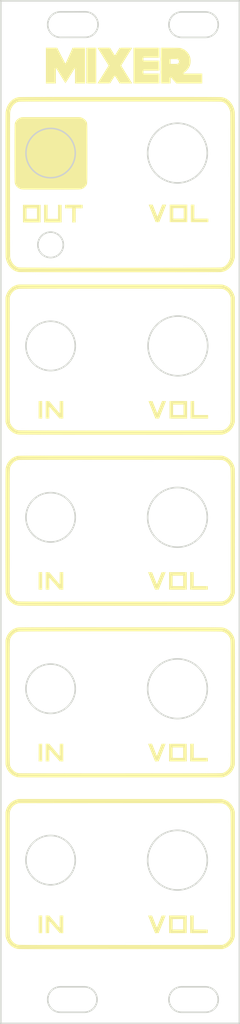
<source format=kicad_pcb>
(kicad_pcb (version 20241229) (generator "pcbnew") (generator_version "9.0")
  (layers (0 "F.Cu" signal) (2 "B.Cu" signal) (13 "F.Paste" user) (15 "B.Paste" user) (5 "F.SilkS" user "F.Silkscreen") (7 "B.SilkS" user "B.Silkscreen") (1 "F.Mask" user) (3 "B.Mask" user) (25 "Edge.Cuts" user))
  (net 0 "")
  (footprint "Front Panel:Mixer" (layer "F.Cu") (at 177.85 84.9)
    (property "Reference" "G***" (hide yes))
    (property "Value" "LOGO" (hide yes))
  )
  (gr_line (start 192.8377 150.8654) (end 162.8377 150.8654) (stroke (width 0.2)) (layer "Edge.Cuts"))
  (gr_circle (center 169.1 87.2708) (end 172.2 87.2708) (stroke (width 0.2)) (fill no) (layer "Edge.Cuts"))
  (gr_circle (center 169.1 65.7316) (end 172.2 65.7316) (stroke (width 0.2)) (fill no) (layer "Edge.Cuts"))
  (gr_circle (center 185.0512 130.3492) (end 188.8012 130.3492) (stroke (width 0.2)) (fill no) (layer "Edge.Cuts"))
  (gr_line (start 162.8377 22.3654) (end 192.8377 22.3654) (stroke (width 0.2)) (layer "Edge.Cuts"))
  (gr_arc (start 185.5777 26.9654) (mid 183.9777 25.3654) (end 185.5777 23.7654) (stroke (width 0.2)) (layer "Edge.Cuts"))
  (gr_arc (start 188.5777 23.7654) (mid 190.1777 25.3654) (end 188.5777 26.9654) (stroke (width 0.2)) (layer "Edge.Cuts"))
  (gr_arc (start 170.3377 149.4654) (mid 168.7377 147.8654) (end 170.3377 146.2654) (stroke (width 0.2)) (layer "Edge.Cuts"))
  (gr_line (start 185.5777 149.4654) (end 188.5777 149.4654) (stroke (width 0.2)) (layer "Edge.Cuts"))
  (gr_arc (start 188.5777 146.2654) (mid 190.1777 147.8654) (end 188.5777 149.4654) (stroke (width 0.2)) (layer "Edge.Cuts"))
  (gr_line (start 188.5777 23.7654) (end 185.5777 23.7654) (stroke (width 0.2)) (layer "Edge.Cuts"))
  (gr_circle (center 169.1 41.5) (end 172.2 41.5) (stroke (width 0.2)) (fill no) (layer "Edge.Cuts"))
  (gr_circle (center 185.0512 108.81) (end 188.8012 108.81) (stroke (width 0.2)) (fill no) (layer "Edge.Cuts"))
  (gr_line (start 162.8377 150.8654) (end 162.8377 22.3654) (stroke (width 0.2)) (layer "Edge.Cuts"))
  (gr_circle (center 169.1 130.3492) (end 172.2 130.3492) (stroke (width 0.2)) (fill no) (layer "Edge.Cuts"))
  (gr_line (start 170.34017 26.961948) (end 173.463316 26.957135) (stroke (width 0.2)) (layer "Edge.Cuts"))
  (gr_line (start 192.8377 22.3654) (end 192.8377 150.8654) (stroke (width 0.2)) (layer "Edge.Cuts"))
  (gr_circle (center 169.1 53.0316) (end 170.7 53.0316) (stroke (width 0.2)) (fill no) (layer "Edge.Cuts"))
  (gr_circle (center 185.0512 87.2708) (end 188.8012 87.2708) (stroke (width 0.2)) (fill no) (layer "Edge.Cuts"))
  (gr_circle (center 185.102 65.7316) (end 188.852 65.7316) (stroke (width 0.2)) (fill no) (layer "Edge.Cuts"))
  (gr_line (start 173.3377 146.2654) (end 170.3377 146.2654) (stroke (width 0.2)) (layer "Edge.Cuts"))
  (gr_line (start 185.5777 26.9654) (end 188.5777 26.9654) (stroke (width 0.2)) (layer "Edge.Cuts"))
  (gr_circle (center 185.0512 41.5) (end 188.8012 41.5) (stroke (width 0.2)) (fill no) (layer "Edge.Cuts"))
  (gr_arc (start 185.5777 149.4654) (mid 183.9777 147.8654) (end 185.5777 146.2654) (stroke (width 0.2)) (layer "Edge.Cuts"))
  (gr_arc (start 170.34017 26.961947) (mid 168.734998 25.361716) (end 170.33523 23.756545) (stroke (width 0.2)) (layer "Edge.Cuts"))
  (gr_line (start 170.34017 26.961947) (end 170.34017 26.961948) (stroke (width 0.2)) (layer "Edge.Cuts"))
  (gr_line (start 170.33523 23.756545) (end 170.33523 23.756544) (stroke (width 0.2)) (layer "Edge.Cuts"))
  (gr_arc (start 173.45838 23.751731) (mid 175.063549 25.35196) (end 173.463316 26.957135) (stroke (width 0.2)) (layer "Edge.Cuts"))
  (gr_line (start 170.3377 149.4654) (end 173.3377 149.4654) (stroke (width 0.2)) (layer "Edge.Cuts"))
  (gr_arc (start 173.3377 146.2654) (mid 174.9377 147.8654) (end 173.3377 149.4654) (stroke (width 0.2)) (layer "Edge.Cuts"))
  (gr_line (start 173.45838 23.751731) (end 170.33523 23.756544) (stroke (width 0.2)) (layer "Edge.Cuts"))
  (gr_circle (center 169.1 108.80995) (end 172.2 108.80995) (stroke (width 0.2)) (fill no) (layer "Edge.Cuts"))
  (gr_line (start 188.5777 146.2654) (end 185.5777 146.2654) (stroke (width 0.2)) (layer "Edge.Cuts"))
)
</source>
